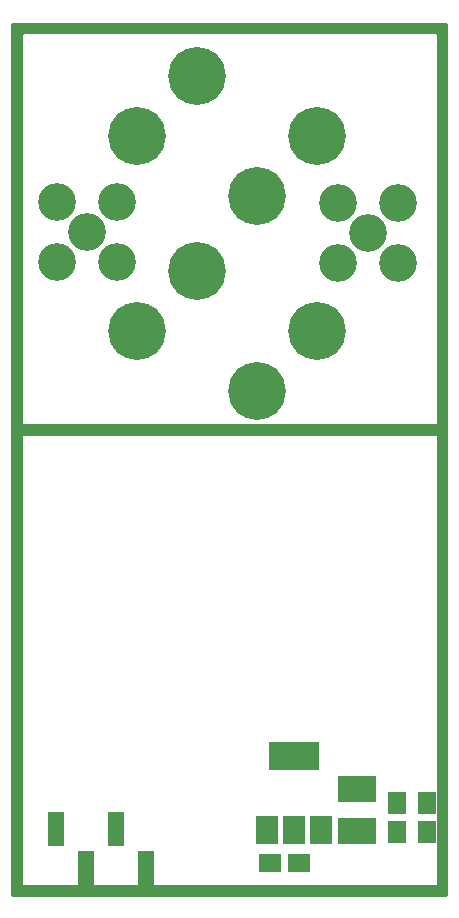
<source format=gbs>
G04 #@! TF.FileFunction,Soldermask,Bot*
%FSLAX46Y46*%
G04 Gerber Fmt 4.6, Leading zero omitted, Abs format (unit mm)*
G04 Created by KiCad (PCBNEW 4.0.6) date 01/05/18 17:09:47*
%MOMM*%
%LPD*%
G01*
G04 APERTURE LIST*
%ADD10C,0.100000*%
%ADD11R,3.194000X2.178000*%
%ADD12R,1.650000X1.900000*%
%ADD13R,1.900000X1.650000*%
%ADD14C,3.200000*%
%ADD15R,1.400000X2.910000*%
%ADD16C,4.900000*%
%ADD17R,1.898600X2.398980*%
%ADD18R,4.199840X2.398980*%
%ADD19C,0.254000*%
G04 APERTURE END LIST*
D10*
D11*
X138010000Y-108642000D03*
X138010000Y-112198000D03*
D12*
X143920000Y-109820000D03*
X143920000Y-112320000D03*
X141420000Y-109820000D03*
X141420000Y-112320000D03*
D13*
X130620000Y-114890000D03*
X133120000Y-114890000D03*
D14*
X138938000Y-61595000D03*
X136398000Y-59055000D03*
X141478000Y-59055000D03*
X141478000Y-64135000D03*
X136398000Y-64135000D03*
X115189000Y-61468000D03*
X117729000Y-58928000D03*
X117729000Y-64008000D03*
X112649000Y-64008000D03*
X112649000Y-58928000D03*
D15*
X120170000Y-115345000D03*
X115090000Y-115345000D03*
X117630000Y-112035000D03*
X112550000Y-112035000D03*
D16*
X124460000Y-48260000D03*
X119380000Y-53340000D03*
X129540000Y-58420000D03*
X134620000Y-53340000D03*
X129540000Y-74930000D03*
X134620000Y-69850000D03*
X124460000Y-64770000D03*
X119380000Y-69850000D03*
D17*
X134978700Y-112159600D03*
X132680000Y-112159600D03*
X130381300Y-112159600D03*
D18*
X132680000Y-105860400D03*
D19*
G36*
X145593000Y-117593000D02*
X108847000Y-117593000D01*
X108847000Y-78720000D01*
X109593000Y-78720000D01*
X109593000Y-116720000D01*
X109603006Y-116769410D01*
X109631447Y-116811035D01*
X109673841Y-116838315D01*
X109720000Y-116847000D01*
X144720000Y-116847000D01*
X144769410Y-116836994D01*
X144811035Y-116808553D01*
X144838315Y-116766159D01*
X144847000Y-116720000D01*
X144847000Y-78720000D01*
X144836994Y-78670590D01*
X144808553Y-78628965D01*
X144766159Y-78601685D01*
X144720000Y-78593000D01*
X109720000Y-78593000D01*
X109670590Y-78603006D01*
X109628965Y-78631447D01*
X109601685Y-78673841D01*
X109593000Y-78720000D01*
X108847000Y-78720000D01*
X108847000Y-44720000D01*
X109593000Y-44720000D01*
X109593000Y-77720000D01*
X109603006Y-77769410D01*
X109631447Y-77811035D01*
X109673841Y-77838315D01*
X109720000Y-77847000D01*
X144720000Y-77847000D01*
X144769410Y-77836994D01*
X144811035Y-77808553D01*
X144838315Y-77766159D01*
X144847000Y-77720000D01*
X144847000Y-44720000D01*
X144836994Y-44670590D01*
X144808553Y-44628965D01*
X144766159Y-44601685D01*
X144720000Y-44593000D01*
X109720000Y-44593000D01*
X109670590Y-44603006D01*
X109628965Y-44631447D01*
X109601685Y-44673841D01*
X109593000Y-44720000D01*
X108847000Y-44720000D01*
X108847000Y-43847000D01*
X145593000Y-43847000D01*
X145593000Y-117593000D01*
X145593000Y-117593000D01*
G37*
X145593000Y-117593000D02*
X108847000Y-117593000D01*
X108847000Y-78720000D01*
X109593000Y-78720000D01*
X109593000Y-116720000D01*
X109603006Y-116769410D01*
X109631447Y-116811035D01*
X109673841Y-116838315D01*
X109720000Y-116847000D01*
X144720000Y-116847000D01*
X144769410Y-116836994D01*
X144811035Y-116808553D01*
X144838315Y-116766159D01*
X144847000Y-116720000D01*
X144847000Y-78720000D01*
X144836994Y-78670590D01*
X144808553Y-78628965D01*
X144766159Y-78601685D01*
X144720000Y-78593000D01*
X109720000Y-78593000D01*
X109670590Y-78603006D01*
X109628965Y-78631447D01*
X109601685Y-78673841D01*
X109593000Y-78720000D01*
X108847000Y-78720000D01*
X108847000Y-44720000D01*
X109593000Y-44720000D01*
X109593000Y-77720000D01*
X109603006Y-77769410D01*
X109631447Y-77811035D01*
X109673841Y-77838315D01*
X109720000Y-77847000D01*
X144720000Y-77847000D01*
X144769410Y-77836994D01*
X144811035Y-77808553D01*
X144838315Y-77766159D01*
X144847000Y-77720000D01*
X144847000Y-44720000D01*
X144836994Y-44670590D01*
X144808553Y-44628965D01*
X144766159Y-44601685D01*
X144720000Y-44593000D01*
X109720000Y-44593000D01*
X109670590Y-44603006D01*
X109628965Y-44631447D01*
X109601685Y-44673841D01*
X109593000Y-44720000D01*
X108847000Y-44720000D01*
X108847000Y-43847000D01*
X145593000Y-43847000D01*
X145593000Y-117593000D01*
M02*

</source>
